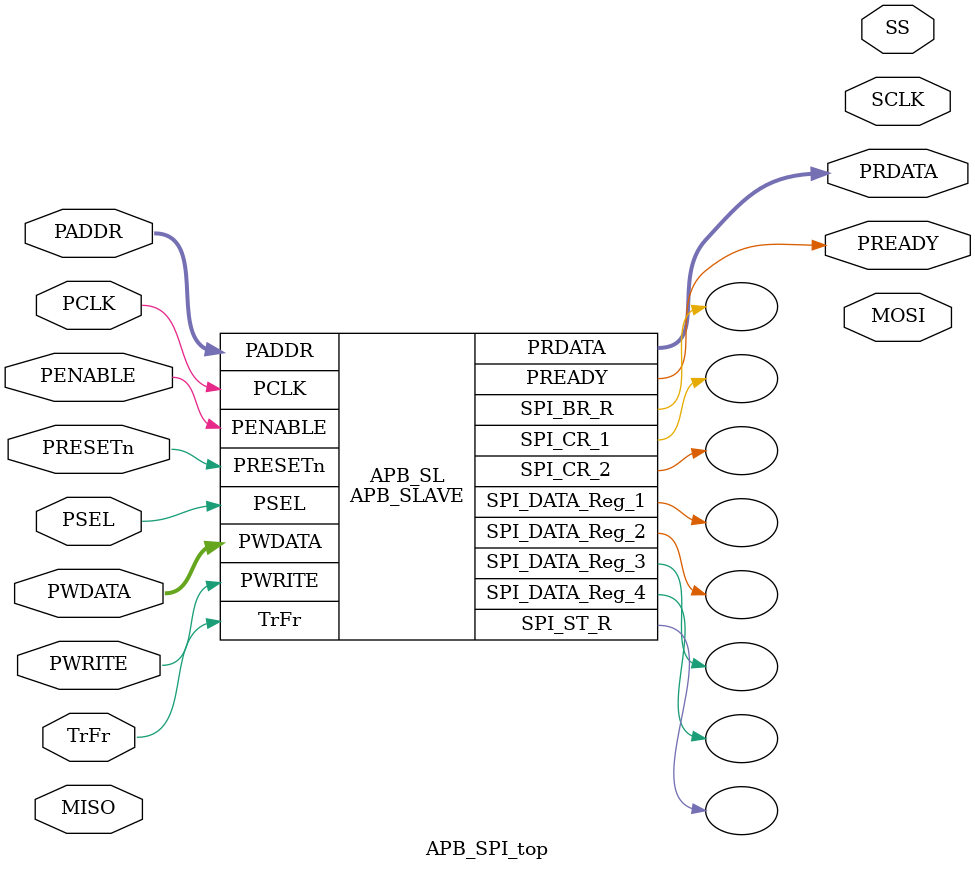
<source format=v>
`define APB_DATA_WIDTH  8
`define SPI_REG_WIDTH   8
`define APB_ADDR_WIDTH  3
module APB_SLAVE
(
 // APB SLAVE PORT INTERFACE 
 input                             PCLK,
 input                             PRESETn,
 input [`APB_ADDR_WIDTH-1:0 ]      PADDR,
 input                             PWRITE,
 input                             PSEL,
 input                             PENABLE,
 input [`APB_DATA_WIDTH-1:0 ]      PWDATA,
 output reg [`APB_DATA_WIDTH-1:0 ] PRDATA,
 output reg                        PREADY,
 input                             TrFr,
 // SPI INTERFACE
 output reg [`SPI_REG_WIDTH-1:0]  SPI_CR_1,
 output reg [`SPI_REG_WIDTH-1:0]  SPI_CR_2,
 output reg [`SPI_REG_WIDTH-1:0]  SPI_BR_R,
 output reg [`SPI_REG_WIDTH-1:0]  SPI_ST_R,
 output reg [`SPI_REG_WIDTH-1:0]  SPI_DATA_Reg_1, 
 output reg [`SPI_REG_WIDTH-1:0]  SPI_DATA_Reg_2,
 output reg [`SPI_REG_WIDTH-1:0]  SPI_DATA_Reg_3,
 output reg [`SPI_REG_WIDTH-1:0]  SPI_DATA_Reg_4 
);


/////////////////////////////////////////////
//   Signal  Description                ////
/////////////////////////////////////////////

localparam IDLE   = 2'b00;
localparam SETUP  = 2'b01;
localparam ENABLE = 2'b10;

reg  [1:0]    STATE;

always@(posedge PCLK or negedge PRESETn)
begin
  if(!PRESETn)
  begin
    STATE <= IDLE;
    PREADY <= 0;
  end	
  else
  begin 
    PREADY <= 0;    
    case(STATE)
     IDLE:  begin 
              PREADY <= 1;
	          //if(PSEL && !PENABLE)
	          if(TrFr)
			    STATE  <= SETUP;             
			  else 
                STATE  <= IDLE;			  
	         end
	 SETUP: begin
               if(PENABLE)	 
			    STATE  <= ENABLE;
               else
                STATE  <= IDLE;					
		     end
	 ENABLE:begin  
               if(PENABLE)
			    STATE  <= SETUP;  			   
               else	           
                STATE  <= IDLE;	
             end
    endcase
  end
end 


assign write_en =  PWRITE && (STATE==ENABLE);
assign read_en  = !PWRITE && (STATE==SETUP);

//always@(PADDR,PWDATA,write_en)
always@(posedge PCLK or negedge PRESETn)
  begin
  if(!PRESETn)
    begin
       PRDATA            <= 8'd0;
       SPI_CR_1          <= 8'd0;
       SPI_CR_2          <= 8'd0;
       SPI_BR_R          <= 8'd0;
       SPI_ST_R          <= 8'd0;
       SPI_DATA_Reg_1    <= 8'd0;
       SPI_DATA_Reg_2    <= 8'd0;
       SPI_DATA_Reg_3    <= 8'd0;
       SPI_DATA_Reg_4    <= 8'd0;
    end
  else
    begin
       if(write_en)
       begin   
         case(PADDR)
            3'b000 : SPI_CR_1          <= PWDATA;
            3'b001 : SPI_CR_2          <= PWDATA;
            3'b010 : SPI_BR_R          <= PWDATA;
            3'b011 : SPI_ST_R          <= PWDATA;
            3'b100 : SPI_DATA_Reg_1    <= PWDATA; 
            3'b101 : SPI_DATA_Reg_2    <= PWDATA;
            3'b110 : SPI_DATA_Reg_3    <= PWDATA;
            3'b111 : SPI_DATA_Reg_4    <= PWDATA;
            default: SPI_CR_1          <= PWDATA;
         endcase
       end
	   else if(read_en && PENABLE)
	   begin
         case(PADDR)
            3'b000 : PRDATA            <= SPI_CR_1      ;
            3'b001 : PRDATA            <= SPI_CR_2      ;
            3'b010 : PRDATA            <= SPI_BR_R      ;
            3'b011 : PRDATA            <= SPI_ST_R      ;
            3'b100 : PRDATA            <= SPI_DATA_Reg_1; 
            3'b101 : PRDATA            <= SPI_DATA_Reg_2;
            3'b110 : PRDATA            <= SPI_DATA_Reg_3;
            3'b111 : PRDATA            <= SPI_DATA_Reg_4;
            default: PRDATA            <= SPI_CR_1;
         endcase	   
	   end
       else
       begin
         SPI_CR_1          <= SPI_CR_1;
         SPI_CR_2          <= SPI_CR_2;
         SPI_BR_R          <= SPI_BR_R;
         SPI_ST_R          <= SPI_ST_R;
         SPI_DATA_Reg_1    <= SPI_DATA_Reg_1;
         SPI_DATA_Reg_2    <= SPI_DATA_Reg_2;
         SPI_DATA_Reg_3    <= SPI_DATA_Reg_3;
         SPI_DATA_Reg_4    <= SPI_DATA_Reg_4;    
       end
    end
end
endmodule//////////////////////////////////////////////////////////////////////
////                                                              ////
//// APB- SPI 0.1 IP Core                                         ////
////                                                              ////
//// This file is part of the APB- SPI 0.1 IP Core project        ////
//// http://www.opencores.org/cores/APB- SPI 0.1 IP Core/         ////
////                                                              ////
//// Description                                                  ////
//// Implementation of XXX IP core according to                   ////
//// XXX IP core specification document.                          ////
////                                                              ////
//// To Do:                                                       ////
//// -                                                            ////
////                                                              ////
//// Author(s):                                                   ////
//// - Lakshmi Narayanan Vernugopal, email@opencores.org          ////
////                                                              ////
//////////////////////////////////////////////////////////////////////
////                                                              ////
//// Copyright (C) 2009 Authors and OPENCORES.ORG                 ////
////                                                              ////
//// This source file may be used and distributed without         ////
//// restriction provided that this copyright statement is not    ////
//// removed from the file and that any derivative work contains  ////
//// the original copyright notice and the associated disclaimer. ////
////                                                              ////
//// This source file is free software; you can redistribute it   ////
//// and/or modify it under the terms of the GNU Lesser General   ////
//// Public License as published by the Free Software Foundation; ////
//// either version 2.1 of the License, or (at your option) any   ////
//// later version.                                               ////
////                                                              ////
//// This source is distributed in the hope that it will be       ////
//// useful, but WITHOUT ANY WARRANTY; without even the implied   ////
//// warranty of MERCHANTABILITY or FITNESS FOR A PARTICULAR      ////
//// PURPOSE. See the GNU Lesser General Public License for more  ////
//// details.                                                     ////
////                                                              ////
//// You should have received a copy of the GNU Lesser General    ////
//// Public License along with this source; if not, download it   ////
//// from http://www.opencores.org/lgpl.shtml                     ////
////                                                              //// ///
///////////////////////////////////////////////////////////////////
`define APB_DATA_WIDTH  8
`define SPI_REG_WIDTH   8
`define APB_ADDR_WIDTH  3
//`define CLK_DIV_WIDTH 16
//`timescale 1ns/1ps
module APB_SPI_top
(
 // APB SLAVE PORT INTERFACE 
 input                         PCLK,
 input                         PRESETn,
 input [`APB_ADDR_WIDTH-1:0 ]  PADDR,
 input                         PWRITE,
 input                         PSEL,
 input                         PENABLE,
 input [`APB_DATA_WIDTH-1:0 ]  PWDATA,
 output [`APB_DATA_WIDTH-1:0 ] PRDATA,
 output                        PREADY,
 input                         TrFr,
 // SPI INTERFACE
 ////if Master/Slave Mode
 //inout                         SCLK,
 //inout                         MISO,
 //inout                         MOSI,
 //output                        SS,
 //if only Master Mode
 output                        SCLK,
 input                         MISO,
 output                        MOSI,
 output                        SS
 ////if only Slave Mode
 //input                         SCLK,
 //output                        MISO,
 //input                         MOSI,
 //input                         SS
 
);


  //APB Slave Interface Module
  APB_SLAVE APB_SL
  (
   .PCLK           (PCLK   ),
   .PRESETn        (PRESETn),
   .PADDR          (PADDR  ),
   .PWRITE         (PWRITE ),
   .PSEL           (PSEL   ),
   .PENABLE        (PENABLE),
   .PWDATA         (PWDATA ),
   .PRDATA         (PRDATA ),
   .PREADY         (PREADY ),
   .TrFr           (TrFr ),
                   
   .SPI_CR_1       (),
   .SPI_CR_2       (),
   .SPI_BR_R       (),
   .SPI_ST_R       (),
   .SPI_DATA_Reg_1 (), 
   .SPI_DATA_Reg_2 (),
   .SPI_DATA_Reg_3 (),
   .SPI_DATA_Reg_4 ()    
   
  );


`ifdef ENABLED
  // SPI Master Definition
  SPI_Master SPI_M
  (
  
  );


  // SPI Slave Definition
  SPI_Slave SPI_S
  (
  
  );



  // Contains the register definiation of the 
  Register_Def Reg_Def
  (
  
  );


  // Baud Rate Generator for the SPI Speed of operation
  Clock_Gen CLK_Gen
  (
  
  );


  // Selection of the IO PAD type for the MISO and MOSI based on the Configuration of Registers
  IO_PAD_Instance IO_Pad
  (
  
  );
`endif

endmodule
</source>
